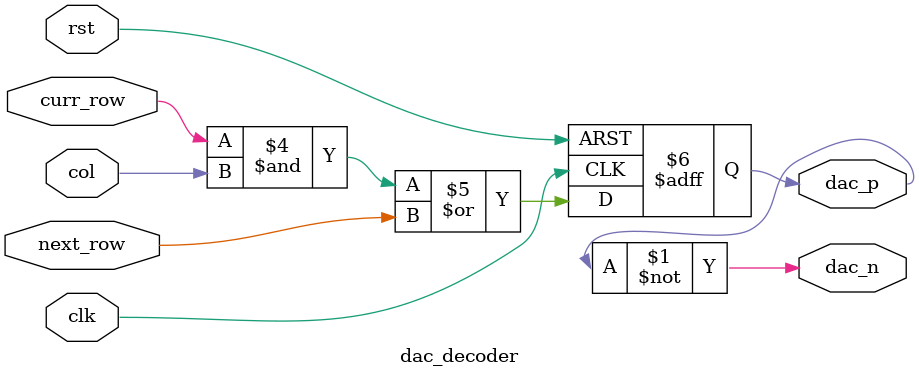
<source format=sv>
module dac_decoder (
  input  logic clk, rst,
  input  logic curr_row, next_row, col,
  output logic dac_p, dac_n
);

assign dac_n = ~dac_p;

always_ff @ (posedge clk or posedge rst) begin
  if (rst == 1'b1) begin
    dac_p <= '0;
  end
  else begin
    dac_p <= (curr_row & col) | next_row;
  end
end

endmodule

</source>
